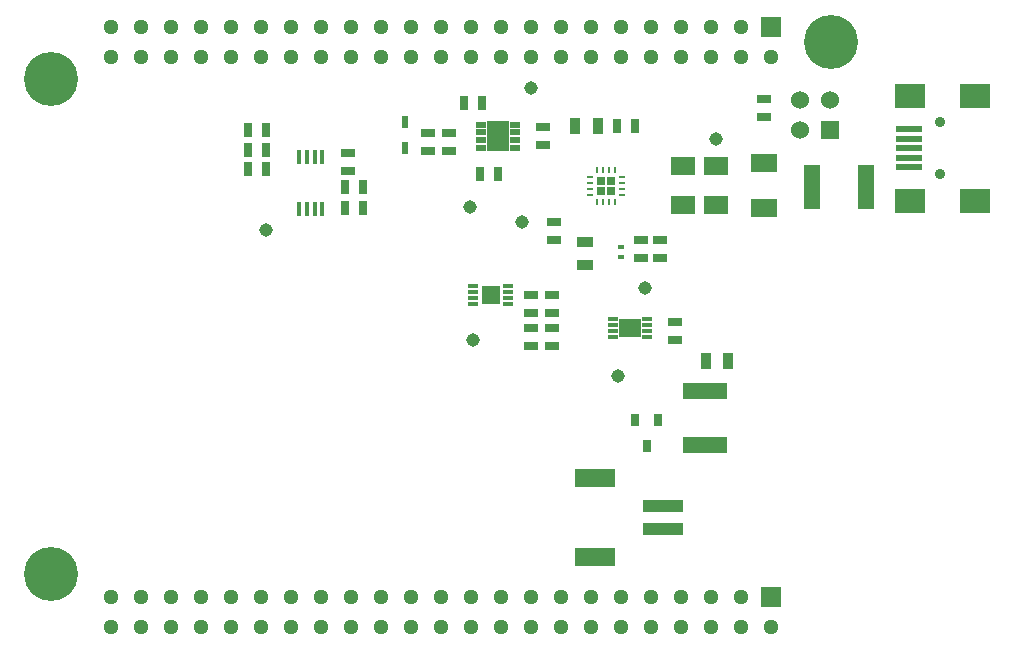
<source format=gbs>
G04 (created by PCBNEW (2013-05-31 BZR 4019)-stable) date 3/19/2014 12:22:35 PM*
%MOIN*%
G04 Gerber Fmt 3.4, Leading zero omitted, Abs format*
%FSLAX34Y34*%
G01*
G70*
G90*
G04 APERTURE LIST*
%ADD10C,0.00590551*%
%ADD11C,0.18*%
%ADD12R,0.065X0.065*%
%ADD13C,0.0512*%
%ADD14R,0.0349X0.0171*%
%ADD15R,0.0589X0.0628*%
%ADD16R,0.0315X0.0394*%
%ADD17R,0.025X0.045*%
%ADD18R,0.045X0.025*%
%ADD19R,0.1377X0.0392*%
%ADD20R,0.1377X0.0393*%
%ADD21R,0.1338X0.059*%
%ADD22R,0.1337X0.059*%
%ADD23C,0.045*%
%ADD24R,0.06X0.06*%
%ADD25C,0.06*%
%ADD26R,0.0906X0.0197*%
%ADD27R,0.0984X0.0787*%
%ADD28C,0.0354*%
%ADD29R,0.055X0.15*%
%ADD30R,0.15X0.055*%
%ADD31R,0.08X0.06*%
%ADD32R,0.055X0.035*%
%ADD33R,0.0742X0.0624*%
%ADD34R,0.035X0.055*%
%ADD35R,0.016X0.05*%
%ADD36R,0.0866X0.063*%
%ADD37R,0.0236X0.0394*%
%ADD38R,0.0236X0.0157*%
%ADD39R,0.0188976X0.00944882*%
%ADD40R,0.00944882X0.0188976*%
%ADD41R,0.0314961X0.0314961*%
%ADD42R,0.0330709X0.0192913*%
%ADD43R,0.0724409X0.103937*%
G04 APERTURE END LIST*
G54D10*
G54D11*
X74350Y-45650D03*
X100350Y-44400D03*
X74350Y-62150D03*
G54D12*
X98350Y-43900D03*
G54D13*
X98350Y-44900D03*
X97350Y-43900D03*
X97350Y-44900D03*
X96350Y-43900D03*
X96350Y-44900D03*
X95350Y-43900D03*
X95350Y-44900D03*
X94350Y-43900D03*
X94350Y-44900D03*
X93350Y-43900D03*
X93350Y-44900D03*
X92350Y-43900D03*
X92350Y-44900D03*
X91350Y-43900D03*
X91350Y-44900D03*
X90350Y-43900D03*
X90350Y-44900D03*
X89350Y-43900D03*
X89350Y-44900D03*
X88350Y-43900D03*
X88350Y-44900D03*
X87350Y-43900D03*
X87350Y-44900D03*
X86350Y-43900D03*
X86350Y-44900D03*
X85350Y-43900D03*
X85350Y-44900D03*
X84350Y-43900D03*
X84350Y-44900D03*
X83350Y-43900D03*
X83350Y-44900D03*
X82350Y-43900D03*
X82350Y-44900D03*
X81350Y-43900D03*
X81350Y-44900D03*
X80350Y-43900D03*
X80350Y-44900D03*
X79350Y-43900D03*
X79350Y-44900D03*
X78350Y-43900D03*
X78350Y-44900D03*
X77350Y-43900D03*
X77350Y-44900D03*
X76350Y-43900D03*
X76350Y-44900D03*
G54D12*
X98350Y-62900D03*
G54D13*
X98350Y-63900D03*
X97350Y-62900D03*
X97350Y-63900D03*
X96350Y-62900D03*
X96350Y-63900D03*
X95350Y-62900D03*
X95350Y-63900D03*
X94350Y-62900D03*
X94350Y-63900D03*
X93350Y-62900D03*
X93350Y-63900D03*
X92350Y-62900D03*
X92350Y-63900D03*
X91350Y-62900D03*
X91350Y-63900D03*
X90350Y-62900D03*
X90350Y-63900D03*
X89350Y-62900D03*
X89350Y-63900D03*
X88350Y-62900D03*
X88350Y-63900D03*
X87350Y-62900D03*
X87350Y-63900D03*
X86350Y-62900D03*
X86350Y-63900D03*
X85350Y-62900D03*
X85350Y-63900D03*
X84350Y-62900D03*
X84350Y-63900D03*
X83350Y-62900D03*
X83350Y-63900D03*
X82350Y-62900D03*
X82350Y-63900D03*
X81350Y-62900D03*
X81350Y-63900D03*
X80350Y-62900D03*
X80350Y-63900D03*
X79350Y-62900D03*
X79350Y-63900D03*
X78350Y-62900D03*
X78350Y-63900D03*
X77350Y-62900D03*
X77350Y-63900D03*
X76350Y-62900D03*
X76350Y-63900D03*
G54D14*
X89590Y-52555D03*
X89590Y-52753D03*
X89590Y-52947D03*
X89590Y-53145D03*
X88410Y-53145D03*
X88410Y-52947D03*
X88410Y-52753D03*
X88410Y-52555D03*
G54D15*
X89000Y-52850D03*
G54D16*
X94200Y-57883D03*
X94575Y-57017D03*
X93825Y-57017D03*
G54D17*
X80900Y-48650D03*
X81500Y-48650D03*
X80900Y-47350D03*
X81500Y-47350D03*
G54D18*
X91100Y-51000D03*
X91100Y-50400D03*
G54D17*
X80900Y-48000D03*
X81500Y-48000D03*
G54D18*
X91050Y-53950D03*
X91050Y-54550D03*
X91050Y-52850D03*
X91050Y-53450D03*
G54D17*
X84750Y-49950D03*
X84150Y-49950D03*
X84750Y-49250D03*
X84150Y-49250D03*
G54D18*
X98100Y-46900D03*
X98100Y-46300D03*
G54D17*
X88700Y-46450D03*
X88100Y-46450D03*
G54D18*
X87600Y-48050D03*
X87600Y-47450D03*
X84250Y-48100D03*
X84250Y-48700D03*
G54D19*
X94750Y-60644D03*
G54D20*
X94750Y-59856D03*
G54D21*
X92487Y-61567D03*
G54D22*
X92487Y-58932D03*
G54D23*
X81500Y-50675D03*
X96500Y-47650D03*
X90350Y-45950D03*
X90050Y-50400D03*
X88300Y-49900D03*
X88425Y-54350D03*
X94150Y-52600D03*
X93250Y-55550D03*
G54D24*
X100300Y-47350D03*
G54D25*
X99300Y-47350D03*
X100300Y-46350D03*
X99300Y-46350D03*
G54D18*
X95150Y-53750D03*
X95150Y-54350D03*
X90350Y-52850D03*
X90350Y-53450D03*
G54D26*
X102942Y-47320D03*
X102942Y-47635D03*
X102942Y-47950D03*
X102942Y-48265D03*
X102942Y-48580D03*
G54D27*
X102981Y-46198D03*
X105146Y-46198D03*
X102981Y-49702D03*
X105146Y-49702D03*
G54D28*
X103965Y-47084D03*
X103965Y-48816D03*
G54D18*
X86900Y-48050D03*
X86900Y-47450D03*
G54D29*
X99700Y-49250D03*
X101500Y-49250D03*
G54D30*
X96150Y-56050D03*
X96150Y-57850D03*
G54D31*
X96500Y-48550D03*
X96500Y-49850D03*
G54D32*
X92150Y-51075D03*
X92150Y-51825D03*
G54D14*
X93080Y-54245D03*
X93080Y-54047D03*
X93080Y-53853D03*
X93080Y-53655D03*
X94220Y-53655D03*
X94220Y-53853D03*
X94220Y-54047D03*
X94220Y-54245D03*
G54D33*
X93650Y-53950D03*
G54D18*
X94025Y-51000D03*
X94025Y-51600D03*
G54D17*
X93800Y-47200D03*
X93200Y-47200D03*
G54D31*
X95400Y-48550D03*
X95400Y-49850D03*
G54D34*
X96175Y-55050D03*
X96925Y-55050D03*
X92575Y-47200D03*
X91825Y-47200D03*
G54D35*
X83385Y-49975D03*
X83130Y-49975D03*
X82870Y-49975D03*
X82615Y-49975D03*
X82615Y-48225D03*
X82870Y-48225D03*
X83130Y-48225D03*
X83385Y-48225D03*
G54D36*
X98100Y-49948D03*
X98100Y-48452D03*
G54D37*
X86150Y-47067D03*
X86150Y-47933D03*
G54D18*
X90350Y-53950D03*
X90350Y-54550D03*
G54D17*
X88650Y-48800D03*
X89250Y-48800D03*
G54D38*
X93350Y-51223D03*
X93350Y-51577D03*
G54D18*
X94650Y-51000D03*
X94650Y-51600D03*
X90750Y-47850D03*
X90750Y-47250D03*
G54D39*
X92314Y-49101D03*
X92314Y-48904D03*
X92314Y-49298D03*
X92314Y-49495D03*
X93385Y-49495D03*
X93385Y-49298D03*
X93385Y-49101D03*
X93385Y-48904D03*
G54D40*
X93145Y-49735D03*
X92948Y-49735D03*
X92751Y-49735D03*
X92554Y-49735D03*
X92554Y-48664D03*
X92751Y-48664D03*
X92948Y-48664D03*
X93145Y-48664D03*
G54D41*
X93007Y-49357D03*
X93007Y-49042D03*
X92692Y-49042D03*
X92692Y-49357D03*
G54D42*
X88694Y-47933D03*
X88694Y-47677D03*
X88694Y-47422D03*
X88694Y-47166D03*
X89805Y-47166D03*
X89805Y-47422D03*
X89805Y-47677D03*
X89805Y-47933D03*
G54D43*
X89250Y-47550D03*
M02*

</source>
